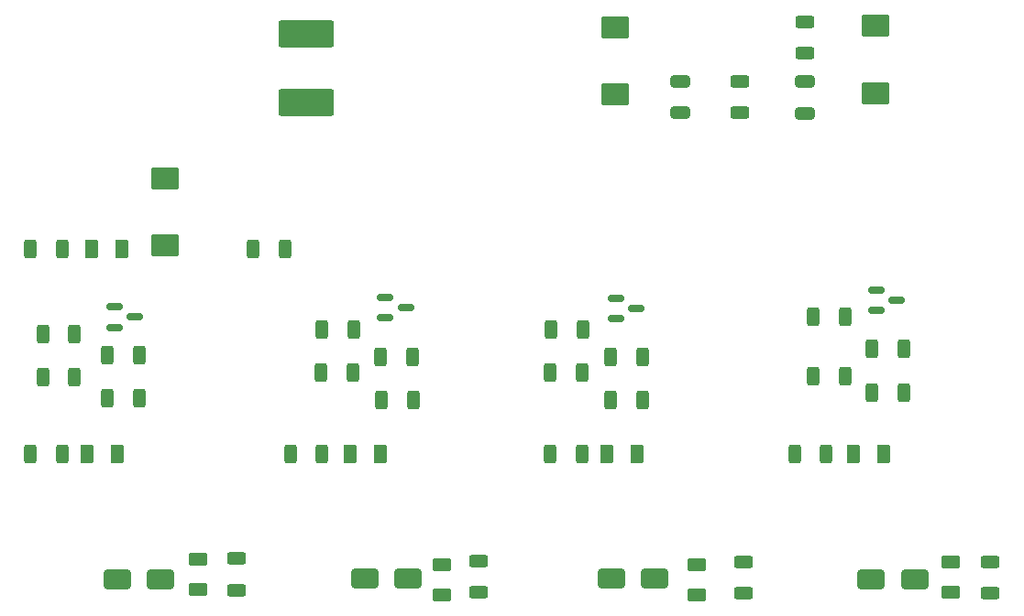
<source format=gbr>
%TF.GenerationSoftware,KiCad,Pcbnew,8.0.3*%
%TF.CreationDate,2024-08-15T08:25:52+02:00*%
%TF.ProjectId,PowerBoard,506f7765-7242-46f6-9172-642e6b696361,rev?*%
%TF.SameCoordinates,Original*%
%TF.FileFunction,Paste,Top*%
%TF.FilePolarity,Positive*%
%FSLAX46Y46*%
G04 Gerber Fmt 4.6, Leading zero omitted, Abs format (unit mm)*
G04 Created by KiCad (PCBNEW 8.0.3) date 2024-08-15 08:25:52*
%MOMM*%
%LPD*%
G01*
G04 APERTURE LIST*
G04 Aperture macros list*
%AMRoundRect*
0 Rectangle with rounded corners*
0 $1 Rounding radius*
0 $2 $3 $4 $5 $6 $7 $8 $9 X,Y pos of 4 corners*
0 Add a 4 corners polygon primitive as box body*
4,1,4,$2,$3,$4,$5,$6,$7,$8,$9,$2,$3,0*
0 Add four circle primitives for the rounded corners*
1,1,$1+$1,$2,$3*
1,1,$1+$1,$4,$5*
1,1,$1+$1,$6,$7*
1,1,$1+$1,$8,$9*
0 Add four rect primitives between the rounded corners*
20,1,$1+$1,$2,$3,$4,$5,0*
20,1,$1+$1,$4,$5,$6,$7,0*
20,1,$1+$1,$6,$7,$8,$9,0*
20,1,$1+$1,$8,$9,$2,$3,0*%
G04 Aperture macros list end*
%ADD10RoundRect,0.250000X-0.312500X-0.625000X0.312500X-0.625000X0.312500X0.625000X-0.312500X0.625000X0*%
%ADD11RoundRect,0.250000X-0.375000X-0.625000X0.375000X-0.625000X0.375000X0.625000X-0.375000X0.625000X0*%
%ADD12RoundRect,0.250000X-0.625000X0.375000X-0.625000X-0.375000X0.625000X-0.375000X0.625000X0.375000X0*%
%ADD13RoundRect,0.150000X-0.587500X-0.150000X0.587500X-0.150000X0.587500X0.150000X-0.587500X0.150000X0*%
%ADD14RoundRect,0.250000X-1.025000X0.787500X-1.025000X-0.787500X1.025000X-0.787500X1.025000X0.787500X0*%
%ADD15RoundRect,0.250000X2.325000X-0.987500X2.325000X0.987500X-2.325000X0.987500X-2.325000X-0.987500X0*%
%ADD16RoundRect,0.250000X-0.625000X0.312500X-0.625000X-0.312500X0.625000X-0.312500X0.625000X0.312500X0*%
%ADD17RoundRect,0.250000X-1.000000X-0.650000X1.000000X-0.650000X1.000000X0.650000X-1.000000X0.650000X0*%
%ADD18RoundRect,0.250000X-0.650000X0.325000X-0.650000X-0.325000X0.650000X-0.325000X0.650000X0.325000X0*%
%ADD19RoundRect,0.250000X0.375000X0.625000X-0.375000X0.625000X-0.375000X-0.625000X0.375000X-0.625000X0*%
%ADD20RoundRect,0.250000X1.025000X-0.787500X1.025000X0.787500X-1.025000X0.787500X-1.025000X-0.787500X0*%
%ADD21RoundRect,0.250000X0.312500X0.625000X-0.312500X0.625000X-0.312500X-0.625000X0.312500X-0.625000X0*%
%ADD22RoundRect,0.250000X0.625000X-0.312500X0.625000X0.312500X-0.625000X0.312500X-0.625000X-0.312500X0*%
G04 APERTURE END LIST*
D10*
%TO.C,R12*%
X86625000Y-66375000D03*
X89550000Y-66375000D03*
%TD*%
D11*
%TO.C,D13*%
X161500000Y-73500000D03*
X164300000Y-73500000D03*
%TD*%
D12*
%TO.C,D9*%
X101000000Y-83200000D03*
X101000000Y-86000000D03*
%TD*%
D13*
%TO.C,Q6*%
X139575000Y-59100000D03*
X139575000Y-61000000D03*
X141450000Y-60050000D03*
%TD*%
D14*
%TO.C,C3*%
X139500000Y-34000000D03*
X139500000Y-40225000D03*
%TD*%
D10*
%TO.C,R7*%
X117850000Y-64500000D03*
X120775000Y-64500000D03*
%TD*%
D15*
%TO.C,D2*%
X111000000Y-41000000D03*
X111000000Y-34625000D03*
%TD*%
D16*
%TO.C,R10*%
X126850000Y-83375000D03*
X126850000Y-86300000D03*
%TD*%
%TO.C,R2*%
X104500000Y-83175000D03*
X104500000Y-86100000D03*
%TD*%
D17*
%TO.C,D6*%
X93500000Y-85100000D03*
X97500000Y-85100000D03*
%TD*%
D11*
%TO.C,D11*%
X138700000Y-73500000D03*
X141500000Y-73500000D03*
%TD*%
D10*
%TO.C,R13*%
X133575000Y-62000000D03*
X136500000Y-62000000D03*
%TD*%
D11*
%TO.C,D7*%
X115000000Y-73500000D03*
X117800000Y-73500000D03*
%TD*%
D18*
%TO.C,C2*%
X157000000Y-39025000D03*
X157000000Y-41975000D03*
%TD*%
D13*
%TO.C,Q8*%
X163650000Y-58300000D03*
X163650000Y-60200000D03*
X165525000Y-59250000D03*
%TD*%
D16*
%TO.C,R35*%
X151000000Y-39000000D03*
X151000000Y-41925000D03*
%TD*%
D19*
%TO.C,D1*%
X93925000Y-54500000D03*
X91125000Y-54500000D03*
%TD*%
D10*
%TO.C,R8*%
X117925000Y-68500000D03*
X120850000Y-68500000D03*
%TD*%
D13*
%TO.C,Q3*%
X93230000Y-59885000D03*
X93230000Y-61785000D03*
X95105000Y-60835000D03*
%TD*%
D20*
%TO.C,C5*%
X97965000Y-54225000D03*
X97965000Y-48000000D03*
%TD*%
D21*
%TO.C,R17*%
X136425000Y-73500000D03*
X133500000Y-73500000D03*
%TD*%
D12*
%TO.C,D14*%
X170500000Y-83500000D03*
X170500000Y-86300000D03*
%TD*%
D17*
%TO.C,D4*%
X163150000Y-85100000D03*
X167150000Y-85100000D03*
%TD*%
D21*
%TO.C,R1*%
X88425000Y-73500000D03*
X85500000Y-73500000D03*
%TD*%
D14*
%TO.C,C4*%
X163500000Y-33887500D03*
X163500000Y-40112500D03*
%TD*%
D17*
%TO.C,D5*%
X116350000Y-85000000D03*
X120350000Y-85000000D03*
%TD*%
D13*
%TO.C,Q4*%
X118275000Y-59000000D03*
X118275000Y-60900000D03*
X120150000Y-59950000D03*
%TD*%
D10*
%TO.C,R3*%
X112425000Y-62000000D03*
X115350000Y-62000000D03*
%TD*%
D21*
%TO.C,R6*%
X95550000Y-64335000D03*
X92625000Y-64335000D03*
%TD*%
D10*
%TO.C,R19*%
X157800000Y-60800000D03*
X160725000Y-60800000D03*
%TD*%
D21*
%TO.C,R9*%
X112425000Y-73500000D03*
X109500000Y-73500000D03*
%TD*%
D10*
%TO.C,R16*%
X139075000Y-68500000D03*
X142000000Y-68500000D03*
%TD*%
D21*
%TO.C,R34*%
X109000000Y-54500000D03*
X106075000Y-54500000D03*
%TD*%
D10*
%TO.C,R14*%
X133500000Y-66000000D03*
X136425000Y-66000000D03*
%TD*%
%TO.C,R21*%
X163225000Y-63800000D03*
X166150000Y-63800000D03*
%TD*%
%TO.C,R5*%
X92625000Y-68335000D03*
X95550000Y-68335000D03*
%TD*%
D18*
%TO.C,C1*%
X145500000Y-39000000D03*
X145500000Y-41950000D03*
%TD*%
D17*
%TO.C,D3*%
X139150000Y-85000000D03*
X143150000Y-85000000D03*
%TD*%
D11*
%TO.C,D8*%
X90700000Y-73500000D03*
X93500000Y-73500000D03*
%TD*%
D10*
%TO.C,R20*%
X157800000Y-66300000D03*
X160725000Y-66300000D03*
%TD*%
D16*
%TO.C,R24*%
X174150000Y-83475000D03*
X174150000Y-86400000D03*
%TD*%
D21*
%TO.C,R33*%
X88425000Y-54500000D03*
X85500000Y-54500000D03*
%TD*%
D22*
%TO.C,R36*%
X157000000Y-36425000D03*
X157000000Y-33500000D03*
%TD*%
D10*
%TO.C,R22*%
X163225000Y-67800000D03*
X166150000Y-67800000D03*
%TD*%
D12*
%TO.C,D12*%
X147000000Y-83700000D03*
X147000000Y-86500000D03*
%TD*%
%TO.C,D10*%
X123500000Y-83700000D03*
X123500000Y-86500000D03*
%TD*%
D10*
%TO.C,R15*%
X139075000Y-64500000D03*
X142000000Y-64500000D03*
%TD*%
%TO.C,R11*%
X86625000Y-62375000D03*
X89550000Y-62375000D03*
%TD*%
D21*
%TO.C,R23*%
X159000000Y-73500000D03*
X156075000Y-73500000D03*
%TD*%
D10*
%TO.C,R4*%
X112350000Y-66000000D03*
X115275000Y-66000000D03*
%TD*%
D16*
%TO.C,R18*%
X151350000Y-83475000D03*
X151350000Y-86400000D03*
%TD*%
M02*

</source>
